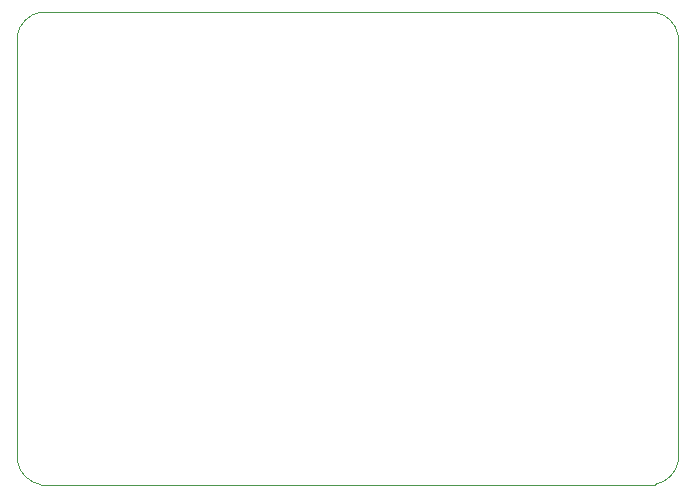
<source format=gm1>
G04 #@! TF.GenerationSoftware,KiCad,Pcbnew,6.0.6-3a73a75311~116~ubuntu20.04.1*
G04 #@! TF.CreationDate,2022-07-12T00:27:28+03:00*
G04 #@! TF.ProjectId,weather_station_village,77656174-6865-4725-9f73-746174696f6e,rev?*
G04 #@! TF.SameCoordinates,Original*
G04 #@! TF.FileFunction,Profile,NP*
%FSLAX46Y46*%
G04 Gerber Fmt 4.6, Leading zero omitted, Abs format (unit mm)*
G04 Created by KiCad (PCBNEW 6.0.6-3a73a75311~116~ubuntu20.04.1) date 2022-07-12 00:27:28*
%MOMM*%
%LPD*%
G01*
G04 APERTURE LIST*
G04 #@! TA.AperFunction,Profile*
%ADD10C,0.100000*%
G04 #@! TD*
G04 APERTURE END LIST*
D10*
X21999999Y-19999995D02*
G75*
G03*
X23984692Y-17975000I-453649J2429715D01*
G01*
X-32000000Y18000000D02*
X-32000000Y-18000000D01*
X23984680Y17999998D02*
G75*
G03*
X22000000Y20000000I-2420480J-417198D01*
G01*
X-30000000Y20000000D02*
X22000000Y20000000D01*
X-32000000Y-18000000D02*
G75*
G03*
X-30000000Y-20000000I2428147J428147D01*
G01*
X23984693Y18000000D02*
X23984693Y-17975000D01*
X-30000000Y-20000000D02*
X22000000Y-20000000D01*
X-30000000Y20000000D02*
G75*
G03*
X-32000000Y18000000I428152J-2428152D01*
G01*
M02*

</source>
